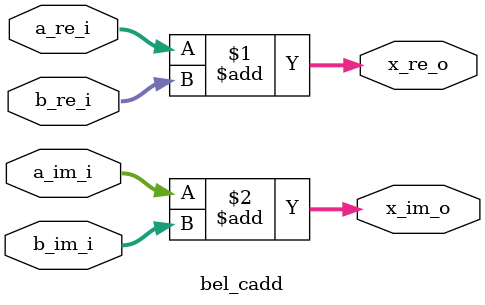
<source format=v>


module bel_cadd (a_re_i, a_im_i, b_re_i, b_im_i, x_re_o, x_im_o);

    parameter word_width = 16;

    input signed [word_width - 1:0] a_re_i;
    input signed [word_width - 1:0] a_im_i;
    input signed [word_width - 1:0] b_re_i;
    input signed [word_width - 1:0] b_im_i;
    output signed [word_width - 1:0] x_re_o;
    output signed [word_width - 1:0] x_im_o;

    assign x_re_o = a_re_i + b_re_i;
    assign x_im_o = a_im_i + b_im_i;

endmodule // bel_cadd


</source>
